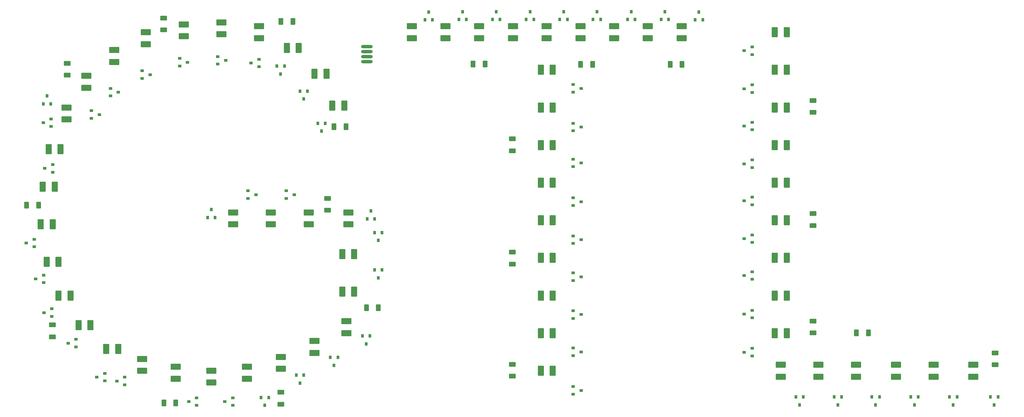
<source format=gtp>
%FSTAX44Y44*%
%MOMM*%
%SFA1B1*%

%IPPOS*%
%AMD13*
4,1,8,-0.424180,0.299720,-0.424180,-0.299720,-0.350520,-0.375920,0.350520,-0.375920,0.424180,-0.299720,0.424180,0.299720,0.350520,0.375920,-0.350520,0.375920,-0.424180,0.299720,0.0*
1,1,0.150000,-0.350520,0.299720*
1,1,0.150000,-0.350520,-0.299720*
1,1,0.150000,0.350520,-0.299720*
1,1,0.150000,0.350520,0.299720*
%
%AMD14*
4,1,8,-1.275080,0.599440,-1.275080,-0.599440,-1.150620,-0.723900,1.150620,-0.723900,1.275080,-0.599440,1.275080,0.599440,1.150620,0.723900,-1.150620,0.723900,-1.275080,0.599440,0.0*
1,1,0.250000,-1.150620,0.599440*
1,1,0.250000,-1.150620,-0.599440*
1,1,0.250000,1.150620,-0.599440*
1,1,0.250000,1.150620,0.599440*
%
%AMD15*
4,1,8,0.873760,-0.459740,0.873760,0.459740,0.784860,0.551180,-0.784860,0.551180,-0.873760,0.459740,-0.873760,-0.459740,-0.784860,-0.551180,0.784860,-0.551180,0.873760,-0.459740,0.0*
1,1,0.180000,0.784860,-0.459740*
1,1,0.180000,0.784860,0.459740*
1,1,0.180000,-0.784860,0.459740*
1,1,0.180000,-0.784860,-0.459740*
%
%AMD16*
4,1,8,-0.459740,-0.873760,0.459740,-0.873760,0.551180,-0.784860,0.551180,0.784860,0.459740,0.873760,-0.459740,0.873760,-0.551180,0.784860,-0.551180,-0.784860,-0.459740,-0.873760,0.0*
1,1,0.180000,-0.459740,-0.784860*
1,1,0.180000,0.459740,-0.784860*
1,1,0.180000,0.459740,0.784860*
1,1,0.180000,-0.459740,0.784860*
%
%AMD17*
4,1,8,-0.299720,-0.424180,0.299720,-0.424180,0.375920,-0.350520,0.375920,0.350520,0.299720,0.424180,-0.299720,0.424180,-0.375920,0.350520,-0.375920,-0.350520,-0.299720,-0.424180,0.0*
1,1,0.150000,-0.299720,-0.350520*
1,1,0.150000,0.299720,-0.350520*
1,1,0.150000,0.299720,0.350520*
1,1,0.150000,-0.299720,0.350520*
%
%AMD18*
4,1,8,-0.599440,-1.275080,0.599440,-1.275080,0.723900,-1.150620,0.723900,1.150620,0.599440,1.275080,-0.599440,1.275080,-0.723900,1.150620,-0.723900,-1.150620,-0.599440,-1.275080,0.0*
1,1,0.250000,-0.599440,-1.150620*
1,1,0.250000,0.599440,-1.150620*
1,1,0.250000,0.599440,1.150620*
1,1,0.250000,-0.599440,1.150620*
%
G04~CAMADD=13~8~0.0~0.0~295.3~334.6~29.5~0.0~15~0.0~0.0~0.0~0.0~0~0.0~0.0~0.0~0.0~0~0.0~0.0~0.0~90.0~336.0~295.0*
%ADD13D13*%
G04~CAMADD=14~8~0.0~0.0~570.9~1003.9~49.2~0.0~15~0.0~0.0~0.0~0.0~0~0.0~0.0~0.0~0.0~0~0.0~0.0~0.0~90.0~1004.0~570.0*
%ADD14D14*%
G04~CAMADD=15~8~0.0~0.0~433.1~689.0~35.4~0.0~15~0.0~0.0~0.0~0.0~0~0.0~0.0~0.0~0.0~0~0.0~0.0~0.0~270.0~690.0~433.0*
%ADD15D15*%
G04~CAMADD=16~8~0.0~0.0~433.1~689.0~35.4~0.0~15~0.0~0.0~0.0~0.0~0~0.0~0.0~0.0~0.0~0~0.0~0.0~0.0~180.0~434.0~689.0*
%ADD16D16*%
G04~CAMADD=17~8~0.0~0.0~295.3~334.6~29.5~0.0~15~0.0~0.0~0.0~0.0~0~0.0~0.0~0.0~0.0~0~0.0~0.0~0.0~180.0~296.0~335.0*
%ADD17D17*%
G04~CAMADD=18~8~0.0~0.0~570.9~1003.9~49.2~0.0~15~0.0~0.0~0.0~0.0~0~0.0~0.0~0.0~0.0~0~0.0~0.0~0.0~180.0~570.0~1004.0*
%ADD18D18*%
%ADD19O,2.899994X0.859998*%
%LNled_pd_gtl_wh_3000148_(4f00222l_7p00492a)-1*%
%LPD*%
G54D13*
X01937999Y01243248D03*
X01957999Y01252748D03*
Y01233748D03*
X01937999Y01147465D03*
X01957999Y01156965D03*
Y01137965D03*
X01937999Y01052861D03*
X01957999Y01062361D03*
Y01043361D03*
X01937999Y00957725D03*
X01957999Y00967225D03*
Y00948225D03*
X01937999Y00863968D03*
X01957999Y00873468D03*
Y00854468D03*
X01937999Y00768421D03*
X01957999Y00777922D03*
Y00758922D03*
X01937999Y00675658D03*
X01957999Y00685158D03*
Y00666158D03*
X01937999Y00578029D03*
X01957999Y00587529D03*
Y00568529D03*
X01937999Y00481955D03*
X01957999Y00491455D03*
Y00472455D03*
X01526749Y010505D03*
X01506749Y01041D03*
Y0106D03*
X01526791Y00960057D03*
X01506791Y00950557D03*
Y00969557D03*
X01526791Y00862128D03*
X01506791Y00852628D03*
Y00871628D03*
X01526791Y0076605D03*
X01506791Y0075655D03*
Y0077555D03*
X01526791Y00672386D03*
X01506791Y00662886D03*
Y00681886D03*
X01526791Y00576963D03*
X01506791Y00567463D03*
Y00586463D03*
X01526791Y00482775D03*
X01506791Y00473275D03*
Y00492275D03*
X01526791Y003854D03*
X01506791Y003759D03*
Y00394901D03*
X01526791Y01148212D03*
X01506791Y01138712D03*
Y01157712D03*
X00803749Y0087975D03*
X00783749Y0087025D03*
Y0088925D03*
X00707249Y0087975D03*
X00687249Y0087025D03*
Y0088925D03*
X00628999Y00356998D03*
X00648999Y00366498D03*
Y00347498D03*
X00537999Y00356998D03*
X00557999Y00366498D03*
Y00347498D03*
X00356749Y00408998D03*
X00376749Y00418498D03*
Y00399498D03*
X00306499Y00418748D03*
X00326499Y00428248D03*
Y00409248D03*
X00233749Y00504748D03*
X00253749Y00514248D03*
Y00495248D03*
X00172999Y00581748D03*
X00192999Y00591248D03*
Y00572248D03*
X00151999Y00666998D03*
X00171999Y00676498D03*
Y00657498D03*
X00128499Y00757748D03*
X00148499Y00767248D03*
Y00748248D03*
X00174999Y00945998D03*
X00194999Y00955498D03*
Y00936498D03*
X00171249Y01061748D03*
X00191249Y01071248D03*
Y01052248D03*
X00312499Y0108225D03*
X00292499Y0107275D03*
Y0109175D03*
X00360499Y0113875D03*
X00340499Y0112925D03*
Y0114825D03*
X00440749Y01183D03*
X00420749Y011735D03*
Y011925D03*
X00534999Y0121425D03*
X00514999Y0120475D03*
Y0122375D03*
X00630999Y0121925D03*
X00610999Y0120975D03*
Y0122875D03*
X00694749Y01212248D03*
X00714749Y01221748D03*
Y01202748D03*
G54D14*
X02030016Y00419991D03*
Y00449991D03*
X01440016Y01274991D03*
Y01304991D03*
X00745016Y0083499D03*
Y0080499D03*
X00940016Y0083499D03*
Y0080499D03*
X00935016Y0055999D03*
Y0052999D03*
X00420016Y0043499D03*
Y0046499D03*
X00230016Y0109999D03*
Y0106999D03*
X00350016Y0124499D03*
Y0121499D03*
X00430016Y0128999D03*
Y0125999D03*
X00715016Y0127499D03*
Y0130499D03*
X00525016Y0130999D03*
Y0127999D03*
X00620016Y0131499D03*
Y0128499D03*
X00840016Y0080499D03*
Y0083499D03*
X00770016Y0046999D03*
Y0043999D03*
X00505016Y0044499D03*
Y0041499D03*
X00855016Y0050999D03*
Y0047999D03*
X00595016Y0043499D03*
Y0040499D03*
X00650016Y0080499D03*
Y0083499D03*
X00685016Y0044499D03*
Y0041499D03*
X00280016Y0114999D03*
Y0117999D03*
X02320016Y00449991D03*
Y00419991D03*
X01610016Y01274991D03*
Y01304991D03*
X01355016Y01274991D03*
Y01304991D03*
X01100016Y01274991D03*
Y01304991D03*
X02415017Y00449991D03*
Y00419991D03*
X02125017Y00449991D03*
Y00419991D03*
X01695016Y01274991D03*
Y01304991D03*
X01185016Y01274991D03*
Y01304991D03*
X02515017Y00449991D03*
Y00419991D03*
X02220016Y00449991D03*
Y00419991D03*
X01780016Y01274991D03*
Y01304991D03*
X01525016Y01274991D03*
Y01304991D03*
X01270016Y01274991D03*
Y01304991D03*
G54D15*
X02111249Y00530499D03*
Y00560499D03*
X02570249Y00450249D03*
Y00480249D03*
X01353249Y00990499D03*
Y01020499D03*
Y00704499D03*
Y00734499D03*
Y00421499D03*
Y00451499D03*
X00887999Y00870249D03*
Y00840249D03*
X00769749Y00350749D03*
Y00380749D03*
X00194249Y00520749D03*
Y00550749D03*
X00231499Y01211499D03*
Y01181499D03*
X00474499Y01325999D03*
Y01295999D03*
X02111249Y00831749D03*
Y00801749D03*
Y01117749D03*
Y01087749D03*
G54D16*
X02220749Y00530999D03*
X02250749D03*
X01284749Y01209999D03*
X01254749D03*
X01781203Y01209249D03*
X01751203D03*
X0155575D03*
X01525749D03*
X01016Y00594499D03*
X00985999D03*
X00475249Y00353499D03*
X00505249D03*
X00129249Y00852999D03*
X00159249D03*
X00800249Y01316999D03*
X00770249D03*
X00904249Y01051749D03*
X00934249D03*
G54D17*
X0207725Y00348749D03*
X0206775Y00368749D03*
X0208675D03*
X02173828Y00348749D03*
X02164328Y00368749D03*
X02183328D03*
X02269011Y00348749D03*
X02259511Y00368749D03*
X02278511D03*
X02366753Y00348749D03*
X02357253Y00368749D03*
X02376253D03*
X02464555Y00348749D03*
X02455055Y00368749D03*
X02474055D03*
X02567981Y00348749D03*
X02558481Y00368749D03*
X02577481D03*
X01823629Y01341241D03*
X01833129Y01321241D03*
X01814129D03*
X01738052Y01341999D03*
X01747552Y01321999D03*
X01728552D03*
X01652998Y01341999D03*
X01662498Y01321999D03*
X01643498D03*
X01566498Y01341999D03*
X01575998Y01321999D03*
X01556998D03*
X01482748Y01341999D03*
X01492248Y01321999D03*
X01473248D03*
X01397998Y01341999D03*
X01407498Y01321999D03*
X01388498D03*
X01312998Y01341999D03*
X01322498Y01321999D03*
X01303498D03*
X01227918Y01341999D03*
X01237418Y01321999D03*
X01218418D03*
X01142502Y01341241D03*
X01152002Y01321241D03*
X01133002D03*
X00594748Y00842249D03*
X00604248Y00822249D03*
X00585248D03*
X00996998Y00838499D03*
X01006498Y00818499D03*
X00987498D03*
X0101575Y00764249D03*
X0100625Y00784249D03*
X0102525D03*
X0101575Y00669499D03*
X0100625Y00689499D03*
X0102525D03*
X0098525Y00502749D03*
X0097575Y00522749D03*
X0099475D03*
X0090425Y00448749D03*
X0089475Y00468749D03*
X0091375D03*
X008185Y00403999D03*
X00809Y00423999D03*
X00828D03*
X0072975Y00347499D03*
X0072025Y00367499D03*
X0073925D03*
X00180998Y01128999D03*
X00190498Y01108999D03*
X00171498D03*
X007695Y01184249D03*
X0076Y01204249D03*
X00779D03*
X0082775Y01121499D03*
X0081825Y01141499D03*
X0083725D03*
X0087275Y01039999D03*
X0086325Y01059999D03*
X0088225D03*
G54D18*
X00955016Y0072999D03*
X00925016D03*
X00360016Y0048999D03*
X00330016D03*
X00260016Y0054999D03*
X00290016D03*
X00210016Y0062499D03*
X00240016D03*
X00180016Y0070999D03*
X00210016D03*
X00165016Y0080499D03*
X00195016D03*
X00170016Y0089999D03*
X00200016D03*
X00930016Y0110499D03*
X00900016D03*
X00785016Y0124999D03*
X00815016D03*
X00855016Y0118499D03*
X00885016D03*
X00925016Y0063499D03*
X00955016D03*
X00215016Y0099499D03*
X00185016D03*
X02045016Y00719989D03*
X02015016D03*
X02045016Y0100499D03*
X02015016D03*
X02045016Y01289991D03*
X02015016D03*
X01425016Y00624991D03*
X01455016D03*
X01425016Y00909989D03*
X01455016D03*
X01425016Y0119499D03*
X01455016D03*
X02045016Y00624991D03*
X02015016D03*
X02045016Y00909989D03*
X02015016D03*
X02045016Y0119499D03*
X02015016D03*
X01425016Y0052999D03*
X01455016D03*
X01425016Y00814991D03*
X01455016D03*
X01425016Y01099991D03*
X01455016D03*
X02045016Y0052999D03*
X02015016D03*
X02045016Y0081499D03*
X02015016D03*
X02045016Y01099991D03*
X02015016D03*
X01425016Y00434991D03*
X01455016D03*
X01425016Y00719989D03*
X01455016D03*
X01425016Y0100499D03*
X01455016D03*
G54D19*
X00986949Y01253599D03*
Y01240899D03*
Y01215499D03*
Y01228199D03*
M02*
</source>
